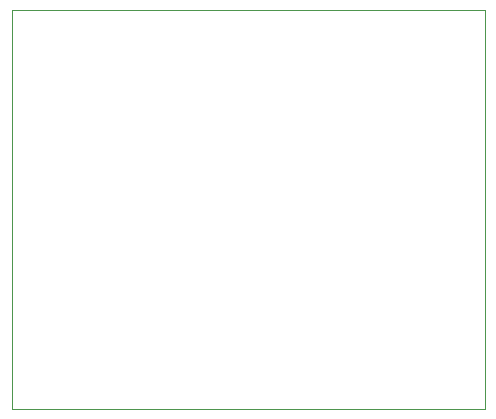
<source format=gbr>
%TF.GenerationSoftware,KiCad,Pcbnew,9.0.7*%
%TF.CreationDate,2026-02-01T18:49:21+05:30*%
%TF.ProjectId,stm32_Phils_lab,73746d33-325f-4506-9869-6c735f6c6162,rev?*%
%TF.SameCoordinates,Original*%
%TF.FileFunction,Profile,NP*%
%FSLAX46Y46*%
G04 Gerber Fmt 4.6, Leading zero omitted, Abs format (unit mm)*
G04 Created by KiCad (PCBNEW 9.0.7) date 2026-02-01 18:49:21*
%MOMM*%
%LPD*%
G01*
G04 APERTURE LIST*
%TA.AperFunction,Profile*%
%ADD10C,0.050000*%
%TD*%
G04 APERTURE END LIST*
D10*
X78000000Y-72250000D02*
X118000000Y-72250000D01*
X118000000Y-106000000D01*
X78000000Y-106000000D01*
X78000000Y-72250000D01*
M02*

</source>
